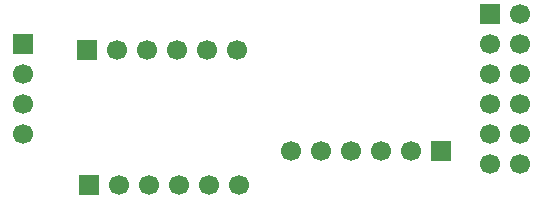
<source format=gbr>
%TF.GenerationSoftware,KiCad,Pcbnew,9.0.5*%
%TF.CreationDate,2025-11-06T16:03:36+09:00*%
%TF.ProjectId,________1,d6ecc3c9-dcfc-4c95-9f31-2e6b69636164,rev?*%
%TF.SameCoordinates,Original*%
%TF.FileFunction,Soldermask,Bot*%
%TF.FilePolarity,Negative*%
%FSLAX46Y46*%
G04 Gerber Fmt 4.6, Leading zero omitted, Abs format (unit mm)*
G04 Created by KiCad (PCBNEW 9.0.5) date 2025-11-06 16:03:36*
%MOMM*%
%LPD*%
G01*
G04 APERTURE LIST*
%ADD10R,1.700000X1.700000*%
%ADD11C,1.700000*%
G04 APERTURE END LIST*
D10*
%TO.C,J2*%
X140065000Y-92820000D03*
D11*
X142605000Y-92820000D03*
X145145000Y-92820000D03*
X147685000Y-92820000D03*
X150225000Y-92820000D03*
X152765000Y-92820000D03*
%TD*%
%TO.C,J1*%
X134650000Y-99930000D03*
X134650000Y-97390000D03*
X134650000Y-94850000D03*
D10*
X134650000Y-92310000D03*
%TD*%
D11*
%TO.C,J3*%
X152930000Y-104230000D03*
X150390000Y-104230000D03*
X147850000Y-104230000D03*
X145310000Y-104230000D03*
X142770000Y-104230000D03*
D10*
X140230000Y-104230000D03*
%TD*%
%TO.C,J5*%
X174190000Y-89770000D03*
D11*
X176730000Y-89770000D03*
X174190000Y-92310000D03*
X176730000Y-92310000D03*
X174190000Y-94850000D03*
X176730000Y-94850000D03*
X174190000Y-97390000D03*
X176730000Y-97390000D03*
X174190000Y-99930000D03*
X176730000Y-99930000D03*
X174190000Y-102470000D03*
X176730000Y-102470000D03*
%TD*%
D10*
%TO.C,J4*%
X170075000Y-101350000D03*
D11*
X167535000Y-101350000D03*
X164995000Y-101350000D03*
X162455000Y-101350000D03*
X159915000Y-101350000D03*
X157375000Y-101350000D03*
%TD*%
M02*

</source>
